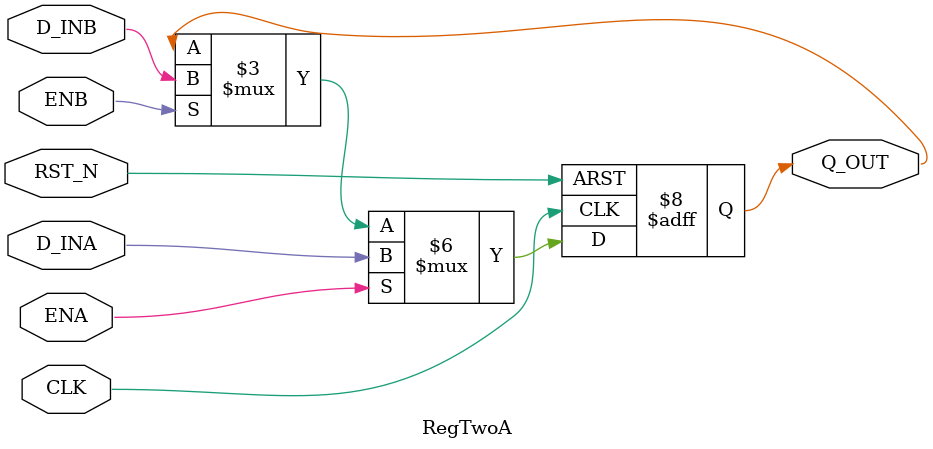
<source format=v>


// Permission is hereby granted, free of charge, to any person obtaining a copy
// of this software and associated documentation files (the "Software"), to deal
// in the Software without restriction, including without limitation the rights
// to use, copy, modify, merge, publish, distribute, sublicense, and/or sell
// copies of the Software, and to permit persons to whom the Software is
// furnished to do so, subject to the following conditions:

// The above copyright notice and this permission notice shall be included in
// all copies or substantial portions of the Software.

// THE SOFTWARE IS PROVIDED "AS IS", WITHOUT WARRANTY OF ANY KIND, EXPRESS OR
// IMPLIED, INCLUDING BUT NOT LIMITED TO THE WARRANTIES OF MERCHANTABILITY,
// FITNESS FOR A PARTICULAR PURPOSE AND NONINFRINGEMENT. IN NO EVENT SHALL THE
// AUTHORS OR COPYRIGHT HOLDERS BE LIABLE FOR ANY CLAIM, DAMAGES OR OTHER
// LIABILITY, WHETHER IN AN ACTION OF CONTRACT, TORT OR OTHERWISE, ARISING FROM,
// OUT OF OR IN CONNECTION WITH THE SOFTWARE OR THE USE OR OTHER DEALINGS IN
// THE SOFTWARE.
//
// $Revision: 24080 $
// $Date: 2011-05-18 19:32:52 +0000 (Wed, 18 May 2011) $

`ifdef BSV_ASSIGNMENT_DELAY
`else
`define BSV_ASSIGNMENT_DELAY
`endif


module RegTwoA(CLK, RST_N, Q_OUT, D_INA, ENA, D_INB, ENB);
   parameter width = 1;
   parameter init  = { width {1'b0 }} ;


   input     CLK;
   input     RST_N;
   input     ENA ;
   input     ENB;
   input [width - 1 : 0] D_INA;
   input [width - 1 : 0] D_INB;
   
   output [width - 1 : 0] Q_OUT;
   reg [width - 1 : 0]    Q_OUT;

   always@(posedge CLK or negedge RST_N)
     begin
        if (RST_N == 0)
          Q_OUT <= `BSV_ASSIGNMENT_DELAY init;
        else 
          begin
             if (ENA)
               Q_OUT <= `BSV_ASSIGNMENT_DELAY D_INA;
             else if (ENB)
               Q_OUT <= `BSV_ASSIGNMENT_DELAY D_INB;
          end // else: !if(RST_N == 0)        
     end

`ifdef BSV_NO_INITIAL_BLOCKS
`else // not BSV_NO_INITIAL_BLOCKS
   // synopsys translate_off
   initial
     begin
        Q_OUT = {((width + 1)/2){2'b10}} ;
     end
   // synopsys translate_on
`endif // BSV_NO_INITIAL_BLOCKS

endmodule


</source>
